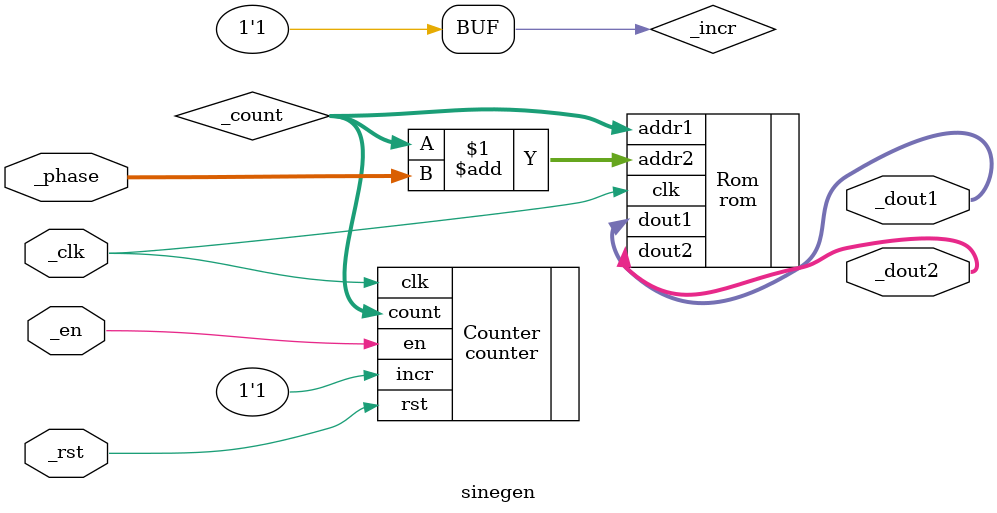
<source format=sv>
`include "counter.sv"
`include "rom.sv"

module sinegen #(
    parameter WIDTH = 8
)(
    // interface signals
    input logic [WIDTH-1:0] _phase,
    input logic _rst,
    input logic _en,
    input logic _clk,
    output logic [WIDTH-1:0] _dout1,
    output logic [WIDTH-1:0] _dout2
);

// interconnect wire
logic [WIDTH-1:0] _count;
logic _incr = 3;

counter Counter(
    .incr(_incr),
    .rst(_rst),
    .en(_en),
    .clk(_clk),
    .count(_count)
);

rom Rom(
    .addr1(_count),
    .addr2(_count + _phase),
    .clk(_clk),
    .dout1(_dout1),
    .dout2(_dout2)
);

endmodule

</source>
